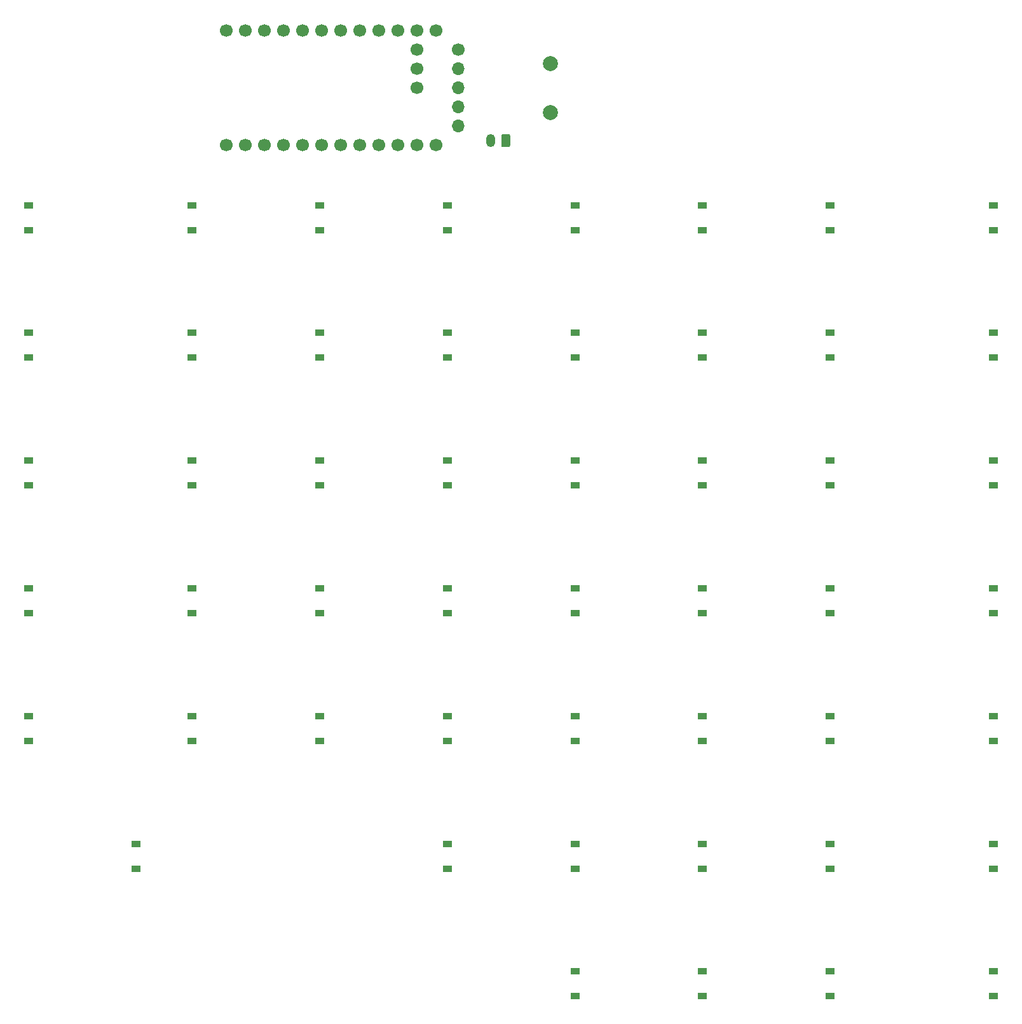
<source format=gtl>
G04 #@! TF.GenerationSoftware,KiCad,Pcbnew,8.0.4+1*
G04 #@! TF.CreationDate,2024-10-01T15:26:09+00:00*
G04 #@! TF.ProjectId,right,72696768-742e-46b6-9963-61645f706362,v0.2*
G04 #@! TF.SameCoordinates,Original*
G04 #@! TF.FileFunction,Copper,L1,Top*
G04 #@! TF.FilePolarity,Positive*
%FSLAX46Y46*%
G04 Gerber Fmt 4.6, Leading zero omitted, Abs format (unit mm)*
G04 Created by KiCad (PCBNEW 8.0.4+1) date 2024-10-01 15:26:09*
%MOMM*%
%LPD*%
G01*
G04 APERTURE LIST*
G04 #@! TA.AperFunction,SMDPad,CuDef*
%ADD10R,1.200000X0.900000*%
G04 #@! TD*
G04 #@! TA.AperFunction,ComponentPad*
%ADD11O,1.700000X1.700000*%
G04 #@! TD*
G04 #@! TA.AperFunction,ComponentPad*
%ADD12C,1.700000*%
G04 #@! TD*
G04 #@! TA.AperFunction,ComponentPad*
%ADD13O,1.200000X1.750000*%
G04 #@! TD*
G04 #@! TA.AperFunction,ComponentPad*
%ADD14C,2.000000*%
G04 #@! TD*
G04 APERTURE END LIST*
D10*
X361000000Y-83150000D03*
X361000000Y-79850000D03*
X254250000Y-49150000D03*
X254250000Y-45850000D03*
X268500000Y-117150000D03*
X268500000Y-113850000D03*
X327000000Y-100150000D03*
X327000000Y-96850000D03*
X293000000Y-66150000D03*
X293000000Y-62850000D03*
X293000000Y-83150000D03*
X293000000Y-79850000D03*
X310000000Y-49150000D03*
X310000000Y-45850000D03*
X382750000Y-134150000D03*
X382750000Y-130850000D03*
X327000000Y-117150000D03*
X327000000Y-113850000D03*
X310000000Y-100150000D03*
X310000000Y-96850000D03*
X382750000Y-32150000D03*
X382750000Y-28850000D03*
D11*
X311460000Y-18330000D03*
X311460000Y-15790000D03*
X311460000Y-13250000D03*
X311460000Y-10710000D03*
D12*
X311460000Y-8170000D03*
D10*
X382750000Y-49150000D03*
X382750000Y-45850000D03*
X254250000Y-100150000D03*
X254250000Y-96850000D03*
X382750000Y-66150000D03*
X382750000Y-62850000D03*
X361000000Y-32150000D03*
X361000000Y-28850000D03*
X310000000Y-66150000D03*
X310000000Y-62850000D03*
X310000000Y-83150000D03*
X310000000Y-79850000D03*
X344000000Y-49150000D03*
X344000000Y-45850000D03*
X276000000Y-32150000D03*
X276000000Y-28850000D03*
X382750000Y-83150000D03*
X382750000Y-79850000D03*
X344000000Y-66150000D03*
X344000000Y-62850000D03*
X361000000Y-100150000D03*
X361000000Y-96850000D03*
D12*
X280560000Y-5630000D03*
X283100000Y-5630000D03*
X285640000Y-5630000D03*
X288180000Y-5630000D03*
X290720000Y-5630000D03*
X293260000Y-5630000D03*
X295800000Y-5630000D03*
X298340000Y-5630000D03*
X300880000Y-5630000D03*
X303420000Y-5630000D03*
X305960000Y-5630000D03*
X308500000Y-5630000D03*
X308500000Y-20870000D03*
X305960000Y-20870000D03*
X303420000Y-20870000D03*
X300880000Y-20870000D03*
X298340000Y-20870000D03*
X295800000Y-20870000D03*
X293260000Y-20870000D03*
X290720000Y-20870000D03*
X288180000Y-20870000D03*
X285640000Y-20870000D03*
X283100000Y-20870000D03*
X280560000Y-20870000D03*
X305960000Y-8170000D03*
X305960000Y-10710000D03*
X305960000Y-13250000D03*
D10*
X327000000Y-83150000D03*
X327000000Y-79850000D03*
X327000000Y-32150000D03*
X327000000Y-28850000D03*
X361000000Y-117150000D03*
X361000000Y-113850000D03*
X276000000Y-83150000D03*
X276000000Y-79850000D03*
X254250000Y-83150000D03*
X254250000Y-79850000D03*
X293000000Y-49150000D03*
X293000000Y-45850000D03*
X310000000Y-117150000D03*
X310000000Y-113850000D03*
X327000000Y-134150000D03*
X327000000Y-130850000D03*
X276000000Y-66150000D03*
X276000000Y-62850000D03*
X310000000Y-32150000D03*
X310000000Y-28850000D03*
X327000000Y-66150000D03*
X327000000Y-62850000D03*
X344000000Y-83150000D03*
X344000000Y-79850000D03*
X293000000Y-100150000D03*
X293000000Y-96850000D03*
X344000000Y-32150000D03*
X344000000Y-28850000D03*
X382750000Y-100150000D03*
X382750000Y-96850000D03*
X344000000Y-100150000D03*
X344000000Y-96850000D03*
G04 #@! TA.AperFunction,ComponentPad*
G36*
G01*
X318370000Y-19615000D02*
X318370000Y-20885000D01*
G75*
G02*
X318130000Y-21125000I-240000J0D01*
G01*
X317410000Y-21125000D01*
G75*
G02*
X317170000Y-20885000I0J240000D01*
G01*
X317170000Y-19615000D01*
G75*
G02*
X317410000Y-19375000I240000J0D01*
G01*
X318130000Y-19375000D01*
G75*
G02*
X318370000Y-19615000I0J-240000D01*
G01*
G37*
G04 #@! TD.AperFunction*
D13*
X315770000Y-20250000D03*
D10*
X276000000Y-49150000D03*
X276000000Y-45850000D03*
X254250000Y-32150000D03*
X254250000Y-28850000D03*
X361000000Y-49150000D03*
X361000000Y-45850000D03*
X344000000Y-117150000D03*
X344000000Y-113850000D03*
X327000000Y-49150000D03*
X327000000Y-45850000D03*
X344000000Y-134150000D03*
X344000000Y-130850000D03*
X254250000Y-66150000D03*
X254250000Y-62850000D03*
X361000000Y-134150000D03*
X361000000Y-130850000D03*
X276000000Y-100150000D03*
X276000000Y-96850000D03*
X382750000Y-117150000D03*
X382750000Y-113850000D03*
X361000000Y-66150000D03*
X361000000Y-62850000D03*
X293000000Y-32150000D03*
X293000000Y-28850000D03*
D14*
X323770000Y-16500000D03*
X323770000Y-10000000D03*
M02*

</source>
